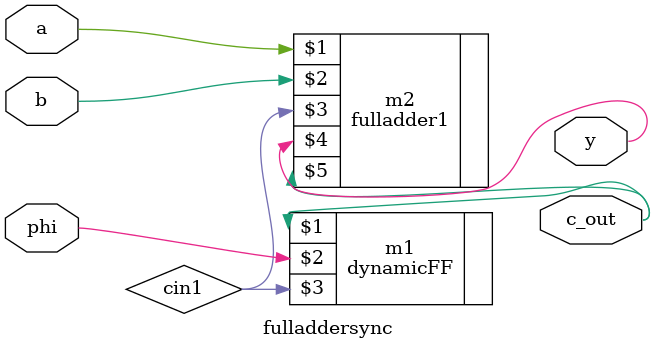
<source format=v>

module fulladdersync (a,b,phi,y,c_out);
  input a,b,phi;
  output c_out,y;
  
  wire cin1;
    dynamicFF m1 (c_out,phi,cin1);
    fulladder1 m2 (a,b,cin1,y,c_out);
    
endmodule
</source>
